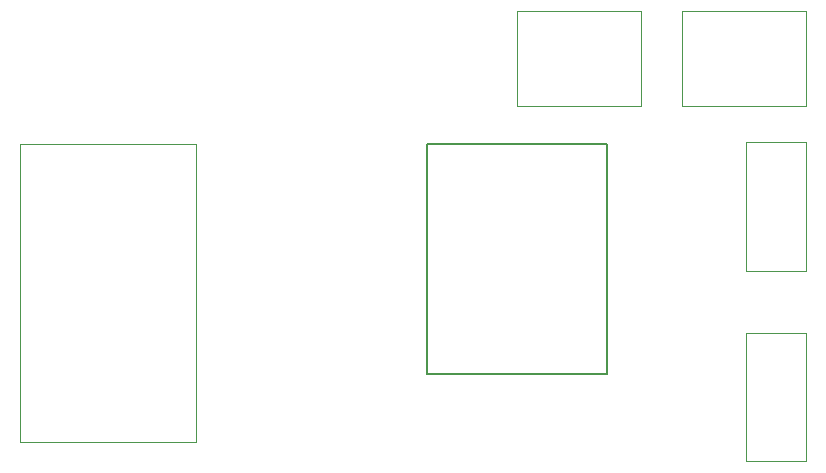
<source format=gbr>
%TF.GenerationSoftware,Altium Limited,Altium Designer,21.0.9 (235)*%
G04 Layer_Color=32768*
%FSLAX45Y45*%
%MOMM*%
%TF.SameCoordinates,CD0AAE9F-0E9C-42BF-811C-419C72380B22*%
%TF.FilePolarity,Positive*%
%TF.FileFunction,Other,Mechanical_15*%
%TF.Part,Single*%
G01*
G75*
%TA.AperFunction,NonConductor*%
%ADD49C,0.20000*%
%ADD55C,0.05000*%
D49*
X3669073Y1378575D02*
X5193073D01*
Y3328573D01*
X3669073D02*
X5193073D01*
X3669073Y1378575D02*
Y3328573D01*
D55*
X224295Y3326531D02*
X1714294D01*
Y806531D02*
Y3326531D01*
X224295Y806531D02*
X1714294D01*
X224295D02*
Y3326531D01*
X5828474Y3648253D02*
Y4448251D01*
Y3648253D02*
X6878475D01*
Y4448251D01*
X5828474D02*
X6878475D01*
X6368473Y1728734D02*
X6878074D01*
Y638734D02*
Y1728734D01*
X6368473Y638734D02*
X6878074D01*
X6368473D02*
Y1728734D01*
Y3339094D02*
X6878074D01*
Y2249094D02*
Y3339094D01*
X6368473Y2249094D02*
X6878074D01*
X6368473D02*
Y3339094D01*
X4436554Y3648253D02*
X5486555D01*
X4436554D02*
Y4448251D01*
X5486555D01*
Y3648253D02*
Y4448251D01*
%TF.MD5,878b143ee2a5f42d66d9151c88d8b64e*%
M02*

</source>
